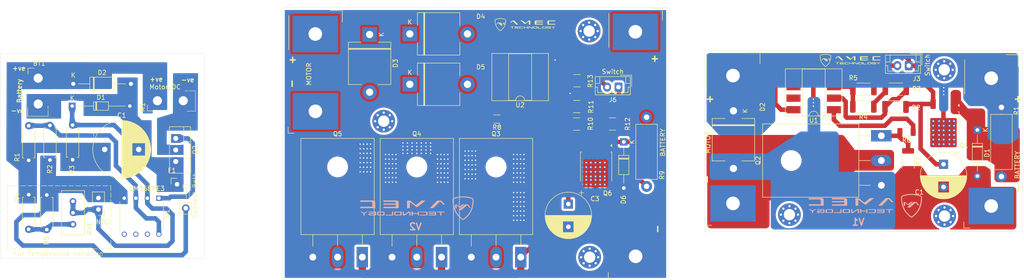
<source format=kicad_pcb>
(kicad_pcb (version 20240108) (generator "pcbnew") (generator_version "8.0")
  (layers (0 "F.Cu" signal) (31 "B.Cu" signal) (34 "B.Paste" user) (35 "F.Paste" user) (36 "B.SilkS" user "B.Silkscreen") (37 "F.SilkS" user "F.Silkscreen") (38 "B.Mask" user) (39 "F.Mask" user) (44 "Edge.Cuts" user))
  (net 0 "")
  (net 1 "GND")
  (net 2 "Net-(BT1-+)")
  (net 3 "Net-(D1-K)")
  (net 4 "Net-(M1--)")
  (net 5 "Net-(Q2-G)")
  (net 6 "Net-(U1-1IN+)")
  (net 7 "Net-(R4-Pad2)")
  (footprint "LOGO" (layer "F.Cu") (at 248.148 74.924)
    (property "Reference" "G***" (hide yes))
    (property "Value" "LOGO" (hide yes))
  )
  (footprint "MountingHole:MountingHole_2.5mm_Pad_Via" (layer "F.Cu") (at 234.748175 109.498175 180)
    (property "Reference" "H2" (hide yes))
    (property "Value" "MountingHole" (hide yes))
  )
  (footprint "Diode_THT:D_DO-35_SOD27_P10.16mm_Horizontal" (layer "F.Cu") (at 198.264 93.482 -90)
    (property "Reference" "D6")
    (property "Value" "1N4745A" (hide yes))
  )
  (footprint "Capacitor_THT:CP_Radial_D10.0mm_P5.00mm" (layer "F.Cu") (at 186.054 107.172 -90)
    (property "Reference" "C3")
    (property "Value" "470uf")
  )
  (footprint "Resistor_SMD:R_2010_5025Metric" (layer "F.Cu") (at 260.884 97.7665 -90)
    (property "Reference" "R7")
    (property "Value" "10K")
  )
  (footprint "Resistor_SMD:R_1206_3216Metric" (layer "F.Cu") (at 260.544 91.284 180)
    (property "Reference" "R6")
    (property "Value" "1.2K" (hide yes))
  )
  (footprint "Resistor_SMD:R_1210_3225Metric" (layer "F.Cu") (at 187.97 80.002 180)
    (property "Reference" "R13")
    (property "Value" "2.2k" (hide yes))
  )
  (footprint "Package_TO_SOT_SMD:TO-252-3_TabPin2" (layer "F.Cu") (at 268.674 90.164 -90)
    (property "Reference" "Q1")
    (property "Value" "IKFW60N60CH3E" (hide yes))
  )
  (footprint "Package_TO_SOT_SMD:TO-252-3_TabPin2" (layer "F.Cu") (at 192.1715 99.002 -90)
    (property "Reference" "Q6")
    (property "Value" "IKFW60N60CH3E" (hide yes))
  )
  (footprint "Diode_THT:D_P600_R-6_P12.70mm_Horizontal" (layer "F.Cu") (at 222.414 86.634 -90)
    (property "Reference" "D2")
    (property "Value" "6A4 MIC" (hide yes))
  )
  (footprint "Resistor_THT:R_Axial_DIN0207_L6.3mm_D2.5mm_P7.62mm_Horizontal" (layer "F.Cu") (at 76.87 97.39 90)
    (property "Reference" "R3")
    (property "Value" "200")
  )
  (footprint "Package_TO_SOT_THT:TO-247-3_Horizontal_TabUp" (layer "F.Cu") (at 140.684 118.852 180)
    (property "Reference" "Q5")
    (property "Value" "IRFP250N")
  )
  (footprint "Resistor_SMD:R_2010_5025Metric" (layer "F.Cu") (at 251.039 81.884)
    (property "Reference" "R5")
    (property "Value" "2.2K" (hide yes))
  )
  (footprint "Resistor_SMD:R_2010_5025Metric" (layer "F.Cu") (at 251.029 85.724 180)
    (property "Reference" "R4")
    (property "Value" "10K" (hide yes))
  )
  (footprint "Connector_PinSocket_2.54mm:PinSocket_1x02_P2.54mm_Vertical" (layer "F.Cu") (at 279.794 105.274 180)
    (property "Reference" "J1" (hide yes))
    (property "Value" "BATTERY")
  )
  (footprint "MountingHole:MountingHole_2.5mm_Pad_Via" (layer "F.Cu") (at 268.844 77.594 180)
    (property "Reference" "H1" (hide yes))
    (property "Value" "MountingHole" (hide yes))
  )
  (footprint "Diode_THT:D_P600_R-6_P12.70mm_Horizontal" (layer "F.Cu") (at 142.294 69.822 -90)
    (property "Reference" "D3")
    (property "Value" "6A4 MIC")
  )
  (footprint "Diode_THT:D_DO-35_SOD27_P10.16mm_Horizontal" (layer "F.Cu") (at 276.144 90.844 -90)
    (property "Reference" "D1")
    (property "Value" "1N4745A" (hide yes))
  )
  (footprint "Potentiometer_THT:Potentiometer_Bourns_3296W_Vertical" (layer "F.Cu") (at 76.96 111.63 -90)
    (property "Reference" "RV1")
    (property "Value" "10k")
  )
  (footprint "Diode_THT:D_P600_R-6_P12.70mm_Horizontal" (layer "F.Cu") (at 151.144 80.792)
    (property "Reference" "D5")
    (property "Value" "6A4 MIC")
  )
  (footprint "MountingHole:MountingHole_2.5mm_Pad_Via" (layer "F.Cu") (at 268.919 109.804 180)
    (property "Reference" "H3" (hide yes))
    (property "Value" "MountingHole" (hide yes))
  )
  (footprint "Resistor_THT:R_Axial_DIN0414_L11.9mm_D4.5mm_P15.24mm_Horizontal" (layer "F.Cu") (at 281.444 85.864 -90)
    (property "Reference" "R1")
    (property "Value" "100k")
  )
  (footprint "Diode_THT:D_DO-34_SOD68_P12.70mm_Horizontal" (layer "F.Cu") (at 76.78 85.58)
    (property "Reference" "D1")
    (property "Value" "9.1V")
  )
  (footprint "MountingHole:MountingHole_2.5mm_Pad_Via" (layer "F.Cu") (at 190.644 69.062 180)
    (property "Reference" "H5" (hide yes))
    (property "Value" "MountingHole" (hide yes))
  )
  (footprint "LOGO" (layer "F.Cu") (at 176.54 67.048)
    (property "Reference" "G***" (hide yes))
    (property "Value" "LOGO" (hide yes))
  )
  (footprint "Resistor_THT:R_Axial_DIN0414_L11.9mm_D4.5mm_P15.24mm_Horizontal" (layer "F.Cu") (at 203.294 88.032 -90)
    (property "Reference" "R9")
    (property "Value" "100k" (hide yes))
  )
  (footprint "Connector_PinSocket_2.54mm:PinSocket_1x02_P2.54mm_Vertical" (layer "F.Cu") (at 200.749 106.872 180)
    (property "Reference" "J5" (hide yes))
    (property "Value" "BATTERY")
  )
  (footprint "Package_TO_SOT_THT:TO-247-3_Horizontal_TabUp" (layer "F.Cu") (at 158.134 118.852 180)
    (property "Reference" "Q4")
    (property "Value" "IRFP250N")
  )
  (footprint "Resistor_SMD:R_1210_3225Metric" (layer "F.Cu") (at 187.9015 85.692 180)
    (property "Reference" "R11")
    (property "Value" "10k" (hide yes))
  )
  (footprint "Package_TO_SOT_THT:TO-247-3_Horizontal_TabUp" (layer "F.Cu") (at 175.584 118.852 180)
    (property "Reference" "Q3")
    (property "Value" "IRFP250N")
  )
  (footprint "Resistor_THT:R_Axial_DIN0207_L6.3mm_D2.5mm_P7.62mm_Horizontal" (layer "F.Cu") (at 71.89 89.84 -90)
    (property "Reference" "R2")
    (property "Value" "100k")
  )
  (footprint "Capacitor_THT:CP_Radial_D12.5mm_P7.50mm" (layer "F.Cu") (at 83.936041 95.13)
    (property "Reference" "C1")
    (property "Value" "1mf")
  )
  (footprint "Resistor_SMD:R_2010_5025Metric" (layer "F.Cu") (at 258.1715 81.864 180)
    (property "Reference" "R3")
    (property "Value" "1K" (hide yes))
  )
  (footprint "Connector_JST:JST_EH_B2B-EH-A_1x02_P2.50mm_Vertical" (layer "F.Cu") (at 197.094 81.402 180)
    (property "Reference" "J6")
    (property "Value" "Switch")
  )
  (footprint "Connector_PinHeader_2.54mm:PinHeader_1x02_P2.54mm_Vertical" (layer "F.Cu") (at 99.88 102.81)
    (property "Reference" "F1")
    (property "Value" "Fuse")
  )
  (footprint "Diode_THT:D_P600_R-6_P12.70mm_Horizontal" (layer "F.Cu") (at 151.144 69.692)
    (property "Reference" "D4")
    (property "Value" "6A4 MIC")
  )
  (footprint "Capacitor_THT:CP_Radial_D10.0mm_P5.00mm" (layer "F.Cu") (at 268.694 98.404 -90)
    (property "Reference" "C1")
    (property "Value" "1000UF")
  )
  (footprint "Resistor_THT:R_Axial_DIN0207_L6.3mm_D2.5mm_P7.62mm_Horizontal" (layer "F.Cu") (at 67.19 105.1 -90)
    (property "Reference" "R4")
    (property "Value" "100k")
  )
  (footprint "Package_DIP:DIP-8_W8.89mm_SMDSocket_LongPads" (layer "F.Cu") (at 175.444 79.202 180)
    (property "Reference" "U2")
    (property "Value" "LM358_DFN")
  )
  (footprint "Package_DIP:DIP-8_W8.89mm_SMDSocket_LongPads" (layer "F.Cu") (at 240.089 82.574 180)
    (property "Reference" "U1")
    (property "Value" "LM358_DFN" (hide yes))
  )
  (footprint "Connector_PinHeader_2.54mm:PinHeader_1x02_P2.54mm_Vertical" (layer "F.Cu") (at 95.705 84.3 90)
    (property "Reference" "M1")
    (property "Value" "Motor_DC")
  )
  (footprint "Resistor_SMD:R_1210_3225Metric" (layer "F.Cu") (at 195.754 89.522)
    (property "Reference" "R12")
    (property "Value" "10K" (hide yes))
  )
  (footprint "Resistor_THT:R_Axial_DIN0207_L6.3mm_D2.5mm_P7.62mm_Horizontal" (layer "F.Cu") (at 67.2 97.53 90)
    (property "Reference" "R1")
    (property "Value" "1M")
  )
  (footprint "LM358PE3:DIP794W45P254L959H508Q8" (layer "F.Cu") (at 92.07 109.84 -90)
    (property "Reference" "U1")
    (property "Value" "LM358PE3")
  )
  (footprint "Resistor_SMD:R_2010_5025Metric" (layer "F.Cu") (at 258.109 85.774 180)
    (property "Reference" "R2")
    (property "Value" "10K" (hide yes))
  )
  (footprint "Diode_THT:D_A-405_P12.70mm_Horizontal" (layer "F.Cu") (at 77.02 80.69)
    (property "Reference" "D2")
    (property "Value" "D" (hide yes))
  )
  (footprint "Resistor_SMD:R_1206_3216Metric" (layer "F.Cu") (at 170.329 88.452 180)
    (property "Reference" "R8")
    (property "Value" "330ohm")
  )
  (footprint "Package_TO_SOT_THT:TO-247-3_Horizontal_TabUp" (layer "F.Cu") (at 254.994 92.134 -90)
    (property "Reference" "Q2")
    (property "Value" "IRFP250N")
  )
  (footprint "Resistor_THT:R_Axial_DIN0207_L6.3mm_D2.5mm_P7.62mm_Horizontal" (layer "F.Cu") (at 71.19 112.78 90)
    (property "Reference" "R5")
    (property "Value" "50k")
  )
  (footprint "Connector_PinHeader_2.54mm:PinHeader_1x02_P2.54mm_Vertical" (layer "F.Cu") (at 82.56 108.36 180)
    (property "Reference" "NTC")
    (property "Value" "10k")
  )
  (footprint "Connector_PinSocket_2.54mm:PinSocket_1x02_P2.54mm_Vertical" (layer "F.Cu") (at 130.5065 86.712 180)
    (property "Reference" "J4" (hide yes))
    (property "Value" "MOTOR")
  )
  (footprint "Connector_PinHeader_2.54mm:PinHeader_1x02_P2.54mm_Vertical" (layer "F.Cu") (at 69.29 79.44)
    (property "Reference" "BT1")
    (property "Value" "Battery" (hide yes))
  )
  (footprint "MountingHole:MountingHole_2.5mm_Pad_Via" (layer "F.Cu") (at 145.394 88.912 180)
    (property "Reference" "H7" (hide yes))
    (property "Value" "MountingHole" (hide yes))
  )
  (footprint "Connector_JST:JST_EH_B2B-EH-A_1x02_P2.50mm_Vertical" (layer "F.Cu") (at 261.024 76.674 180)
    (property "Reference" "J3")
    (property "Value" "Switch")
  )
  (footprint "Resistor_SMD:R_1210_3225Metric" (layer "F.Cu") (at 187.864 89.542 180)
    (property "Reference" "R10")
    (property "Value" "10K" (hide yes))
  )
  (footprint "Connector_PinSocket_2.54mm:PinSocket_1x02_P2.54mm_Vertical" (layer "F.Cu") (at 221.6715 94.774 180)
    (property "Reference" "J2" (hide yes))
    (property "Value" "MOTOR")
  )
  (footprint "MountingHole:MountingHole_2.5mm_Pad_Via" (layer "F.Cu") (at 190.754 118.872 180)
    (property "Reference" "H6" (hide yes))
    (property "Value" "MountingHole" (hide yes))
  )
  (footprint "Package_TO_SOT_THT:TO-220-3_Vertical" (layer "F.Cu") (at 99.59 92.71 -90)
    (property "Reference" "Q2")
    (property "Value" "IRF540N")
  )
  (footprint "LOGO" (layer "B.Cu") (at 152.684 106.962 180)
    (property "Reference" "G***" (hide yes))
    (property "Value" "LOGO" (hide yes))
  )
  (footprint "LOGO" (layer "B.Cu") (at 251.45 106.42 180)
    (property "Reference" "G***" (hide yes))
    (property "Value" "LOGO" (hide yes))
  )
  (gr_line (start 102.59 102.89) (end 102.59 106.2) (stroke (width 0.1)) (layer "F.SilkS"))
  (gr_line (start 101.22 103.62) (end 101.23 102.89) (stroke (width 0.1)) (layer "F.SilkS"))
  (gr_line (start 101.9 106.2) (end 101.9 103.62) (stroke (width 0.1)) (layer "F.SilkS"))
  (gr_line (start 101.23 102.89) (end 102.59 102.89) (stroke (width 0.1)) (layer "F.SilkS"))
  (gr_rect (start 62.51 103.13) (end 85.3 117.03) (stroke (width 0.1) (type dash)) (fill none) (layer "F.SilkS"))
  (gr_line (start 102.59 106.2) (end 101.9 106.2) (stroke (width 0.1)) (layer "F.SilkS"))
  (gr_line (start 101.9 103.62) (end 101.22 103.62) (stroke (width 0.1)) (layer "F.SilkS"))
  (gr_rect (start 60.91 74.06) (end 105.91 119.06) (stroke (width 0.05)) (fill none) (layer "Edge.Cuts"))
  (gr_rect (start 216.004 73.284) (end 286.004 113.284) (stroke (width 0.05)) (fill none) (layer "Edge.Cuts"))
  (gr_rect (start 123.104 63.922) (end 208.104 123.922) (stroke (width 0.05)) (fill none) (layer "Edge.Cuts"))
  (gr_text "V2" (at 153.934 113.022 0) (layer "B.SilkS") (effects (font (size 1.5 1.5) (thickness 0.3) (bold yes)) (justify left bottom mirror)))
  (gr_text "V1" (at 251.45 112.008 0) (layer "B.SilkS") (effects (font (size 1.5 1.5) (thickness 0.3) (bold yes)) (justify left bottom mirror)))
  (gr_text "-" (at 217.414 102.864 90) (layer "F.SilkS") (effects (font (size 1.5 1.5) (thickness 0.3) (bold yes)) (justify left bottom)))
  (gr_text "+" (at 216.144 84.83 0) (layer "F.SilkS") (effects (font (size 1.5 1.5) (thickness 0.3) (bold yes)) (justify left bottom)))
  (gr_text "-ve" (at 63.18 87.18 0) (layer "F.SilkS") (effects (font (size 1 1) (thickness 0.2) (bold yes)) (justify left bottom)))
  (gr_text "+ve" (at 93.74 80.25 0) (layer "F.SilkS") (effects (font (size 1 1) (thickness 0.2) (bold yes)) (justify left bottom)))
  (gr_text "-ve" (at 100.66 80.39 0) (layer "F.SilkS") (effects (font (size 1 1) (thickness 0.2) (bold yes)) (justify left bottom)))
  (gr_text "+" (at 124.216 76.192 0) (layer "F.SilkS") (effects (font (size 1.5 1.5) (thickness 0.3) (bold yes)) (justify left bottom)))
  (gr_text "For Temperature Variation" (at 63.83 118.67 0) (layer "F.SilkS") (effects (font (size 1 1) (thickness 0.1)) (justify left bottom)))
  (gr_text "+ve" (at 63.51 77.85 0) (layer "F.SilkS") (effects (font (size 1 1) (thickness 0.2) (bold yes)) (justify left bottom)))
  (gr_text "-" (at 125.994 81.78 90) (layer "F.SilkS") (effects (font (size 1.5 1.5) (thickness 0.3) (bold yes)) (justify left bottom)))
  (gr_text "Battery" (at 65.77 85.01 90) (layer "F.SilkS") (effects (font (size 1 1) (thickness 0.2) (bold yes)) (justify left bottom)))
  (gr_text "-" (at 206.512 113.784 90) (layer "F.SilkS") (effects (font (size 1.5 1.5) (thickness 0.3) (bold yes)) (justify left bottom)))
  (gr_text "+" (at 283.962 84.83 0) (layer "F.SilkS") (effects (font (size 1.5 1.5) (thickness 0.3) (bold yes)) (justify left bottom)))
  (gr_text "Connect Both" (at 104.41 110.48 90) (layer "F.SilkS") (effects (font (size 1 1) (thickness 0.1)) (justify left bottom)))
  (gr_text "+" (at 203.972 75.938 0) (layer "F.SilkS") (effects (font (size 1.5 1.5) (thickness 0.3) (bold yes)) (justify left bottom)))
  (gr_text "-" (at 285.994 104.896 90) (layer "F.SilkS") (effects (font (size 1.5 1.5) (thickness 0.3) (bold yes)) (justify left bottom)))
  (segment (start 188.732 77.716) (end 189.4325 78.4165) (width 1) (layer "F.Cu") (net 0))
  (segment (start 245.862 89.91) (end 255.768 89.91) (width 1) (layer "F.Cu") (net 0))
  (segment (start 266.394 82.502) (end 266.394 85.124) (width 1) (layer "F.Cu") (net 0))
  (segment (start 262.0065 89.7985) (end 262.0065 91.284) (width 1) (layer "F.Cu") (net 0))
  (segment (start 189.3265 89.542) (end 194.2715 89.542) (width 1) (layer "F.Cu") (net 0))
  (segment (start 192.034 98.036) (end 192.1715 98.1735) (width 1) (layer "F.Cu") (net 0))
  (segment (start 246.4 83.844) (end 244.534 83.844) (width 1) (layer "F.Cu") (net 0))
  (segment (start 257.292 88.386) (end 260.594 88.386) (width 1) (layer "F.Cu") (net 0))
  (segment (start 262.344 76.674) (end 263.896 78.226) (width 1) (layer "F.Cu") (net 0))
  (segment (start 186.5075 80.002) (end 186.5075 82.7345) (width 1) (layer "F.Cu") (net 0))
  (segment (start 206.258 105.402) (end 203.972 107.688) (width 1) (layer "F.Cu") (net 0))
  (segment (start 234.178 74.67) (end 260.34 74.67) (width 1) (layer "F.Cu") (net 0))
  (segment (start 268.674 83.004) (end 268.674 82.338) (width 1) (layer "F.Cu") (net 0))
  (segment (start 197.2165 89.522) (end 197.2165 81.5245) (width 1) (layer "F.Cu") (net 0))
  (segment (start 255.006 88.132) (end 247.386 88.132) (width 1) (layer "F.Cu") (net 0))
  (segment (start 192.1715 98.9145) (end 192.034 99.052) (width 1) (layer "F.Cu") (net 0))
  (segment (start 244.534 81.304) (end 248.1465 81.304) (width 1) (layer "F.Cu") (net 0))
  (segment (start 194.4515 89.682) (end 194.2915 89.522) (width 1) (layer "F.Cu") (net 0))
  (segment (start 263.896 78.226) (end 263.896 80.004) (width 1) (layer "F.Cu") (net 0))
  (segment (start 255.859 81.864) (end 255.859 82.453) (width 1) (layer "F.Cu") (net 0))
  (segment (start 194.9315 93.482) (end 194.4515 93.962) (width 1) (layer "F.Cu") (net 0))
  (segment (start 140.928 122.622) (end 158.252 122.622) (width 1.6) (layer "F.Cu") (net 0))
  (segment (start 168.158 85.082) (end 169.174 86.098) (width 1) (layer "F.Cu") (net 0))
  (segment (start 203.294 88.032) (end 204.988 89.726) (width 1) (layer "F.Cu") (net 0))
  (segment (start 192.034 99.052) (end 192.1715 99.1895) (width 1) (layer "F.Cu") (net 0))
  (segment (start 268.674 85.124) (end 268.674 88.846) (width 1) (layer "F.Cu") (net 0))
  (segment (start 255.7965 87.3415) (end 255.006 88.132) (width 1) (layer "F.Cu") (net 0))
  (segment (start 268.674 82.242) (end 268.674 81.576) (width 1) (layer "F.Cu") (net 0))
  (segment (start 193.194 80.002) (end 194.594 81.402) (width 1) (layer "F.Cu") (net 0))
  (segment (start 158.134 122.504) (end 158.252 122.622) (width 1.6) (layer "F.Cu") (net 0))
  (segment (start 263.642 94.99) (end 263.642 85.124) (width 1) (layer "F.Cu") (net 0))
  (segment (start 140.684 122.378) (end 140.928 122.622) (width 1.6) (layer "F.Cu") (net 0))
  (segment (start 158.134 118.852) (end 158.134 122.504) (width 1.6) (layer "F.Cu") (net 0))
  (segment (start 261.024 75.354) (end 261.024 76.674) (width 1) (layer "F.Cu") (net 0))
  (segment (start 192.1715 99.1895) (end 192.1715 100.262) (width 1) (layer "F.Cu") (net 0))
  (segment (start 189.8915 93.962) (end 187.218 93.962) (width 1) (layer "F.Cu") (net 0))
  (segment (start 253.3515 80.1345) (end 256.812 76.674) (width 1) (layer "F.Cu") (net 0))
  (segment (start 183.106 75.392) (end 183.144 75.43) (width 1) (layer "F.Cu") (net 0))
  (segment (start 158.252 122.622) (end 174.762 122.622) (width 1.6) (layer "F.Cu") (net 0))
  (segment (start 183.398 81.018) (end 183.398 88.384) (width 1) (layer "F.Cu") (net 0))
  (segment (start 176.54 90.924) (end 177.81 92.194) (width 1) (layer "F.Cu") (net 0))
  (segment (start 263.896 80.004) (end 266.394 82.502) (width 1) (layer "F.Cu") (net 0))
  (segment (start 179.889 75.392) (end 183.106 75.392) (width 1) (layer "F.Cu") (net 0))
  (segment (start 189.364 86.5795) (end 186.4015 89.542) (width 1) (layer "F.Cu") (net 0))
  (segment (start 204.988 100.068) (end 206.258 101.338) (width 1) (layer "F.Cu") (net 0))
  (segment (start 247.386 88.132) (end 247.132 87.878) (width 1) (layer "F.Cu") (net 0))
  (segment (start 248.7265 85.714) (end 248.7165 85.724) (width 1) (layer "F.Cu") (net 0))
  (segment (start 268.694 98.404) (end 267.056 98.404) (width 1) (layer "F.Cu") (net 0))
  (segment (start 179.889 80.472) (end 182.852 80.472) (width 1) (layer "F.Cu") (net 0))
  (segment (start 186.5075 82.8575) (end 186.5075 85.6235) (width 1) (layer "F.Cu") (net 0))
  (segment (start 175.27 85.844) (end 176.54 87.114) (width 1) (layer "F.Cu") (net 0))
  (segment (start 268.674 81.576) (end 268.722 81.528) (width 1) (layer "F.Cu") (net 0))
  (segment (start 263.642 85.124) (end 266.394 85.124) (width 1) (layer "F.Cu") (net 0))
  (segment (start 186.054 95.126) (end 186.054 107.172) (width 1) (layer "F.Cu") (net 0))
  (segment (start 268.674 88.942) (end 268.674 91.424) (width 1) (layer "F.Cu") (net 0))
  (segment (start 231.638 85.084) (end 231.638 77.21) (width 1) (layer "F.Cu") (net 0))
  (segment (start 169.174 86.098) (end 170.952 86.098) (width 1) (layer "F.Cu") (net 0))
  (segment (start 260.34 74.67) (end 261.024 75.354) (width 1) (layer "F.Cu") (net 0))
  (segment (start 268.674 88.846) (end 268.722 88.894) (width 1) (layer "F.Cu") (net 0))
  (segment (start 194.2715 89.542) (end 194.2915 89.522) (width 1) (layer "F.Cu") (net 0))
  (segment (start 171.7915 86.9375) (end 171.7915 88.452) (width 1) (layer "F.Cu") (net 0))
  (segment (start 168.158 73.144) (end 168.158 85.082) (width 1) (layer "F.Cu") (net 0))
  (segment (start 175.016 80.764) (end 175.016 73.906) (width 1) (layer "F.Cu") (net 0))
  (segment (start 184.556 89.542) (end 186.4015 89.542) (width 1) (layer "F.Cu") (net 0))
  (segment (start 201.178 94.48) (end 201.178 101.156) (width 1) (layer "F.Cu") (net 0))
  (segment (start 203.972 107.688) (end 194.574 107.688) (width 1) (layer "F.Cu") (net 0))
  (segment (start 174.47 83.012) (end 175.27 83.812) (width 1) (layer "F.Cu") (net 0))
  (segment (start 182.852 80.472) (end 183.398 81.018) (width 1) (layer "F.Cu") (net 0))
  (segment (start 194.4515 93.962) (end 194.4515 89.682) (width 1) (layer "F.Cu") (net 0))
  (segment (start 175.584 121.8) (end 175.584 118.852) (width 1.6) (layer "F.Cu") (net 0))
  (segment (start 255.7965 85.774) (end 257.5025 84.068) (width 1) (layer "F.Cu") (net 0))
  (segment (start 173.238 72.128) (end 169.174 72.128) (width 1) (layer "F.Cu") (net 0))
  (segment (start 268.722 83.052) (end 268.674 83.004) (width 1) (layer "F.Cu") (net 0))
  (segment (start 169.174 72.128) (end 168.158 73.144) (width 1) (layer "F.Cu") (net 0))
  (segment (start 198.264 93.482) (end 200.18 93.482) (width 1) (layer "F.Cu") (net 0))
  (segment (start 248.1465 81.304) (end 248.7265 81.884) (width 1) (layer "F.Cu") (net 0))
  (segment (start 268.674 83.1) (end 268.722 83.052) (width 1) (layer "F.Cu") (net 0))
  (segment (start 231.638 77.21) (end 234.178 74.67) (width 1) (layer "F.Cu") (net 0))
  (segment (start 194.574 107.688) (end 192.1715 105.2855) (width 1) (layer "F.Cu") (net 0))
  (segment (start 268.674 85.124) (end 268.674 83.1) (width 1) (layer "F.Cu") (net 0))
  (segment (start 268.722 88.894) (end 268.674 88.942) (width 1) (layer "F.Cu") (net 0))
  (segment (start 267.056 98.404) (end 263.642 94.99) (width 1) (layer "F.Cu") (net 0))
  (segment (start 183.398 88.384) (end 184.556 89.542) (width 1) (layer "F.Cu") (net 0))
  (segment (start 200.18 93.482) (end 201.178 94.48) (width 1) (layer "F.Cu") (net 0))
  (segment (start 176.54 87.114) (end 176.54 90.924) (width 1) (layer "F.Cu") (net 0))
  (segment (start 186.5075 85.6235) (end 186.439 85.692) (width 1) (layer "F.Cu") (net 0))
  (segment (start 198.264 93.482) (end 194.9315 93.482) (width 1) (layer "F.Cu") (net 0))
  (segment (start 170.999 83.012) (end 174.47 83.012) (width 1) (layer "F.Cu") (net 0))
  (segment (start 179.889 77.932) (end 184.198 77.932) (width 1) (layer "F.Cu") (net 0))
  (segment (start 260.594 88.386) (end 262.0065 89.7985) (width 1) (layer "F.Cu") (net 0))
  (segment (start 260.484 82.146) (end 260.484 81.864) (width 1) (layer "F.Cu") (net 0))
  (segment (start 235.644 86.384) (end 232.938 86.384) (width 1) (layer "F.Cu") (net 0))
  (segment (start 184.198 77.932) (end 184.414 77.716) (width 1) (layer "F.Cu") (net 0))
  (segment (start 260.4215 85.774) (end 261.0715 85.124) (width 1) (layer "F.Cu") (net 0))
  (segment (start 261.0715 85.124) (end 263.642 85.124) (width 1) (layer "F.Cu") (net 0))
  (segment (start 175.27 83.812) (end 175.27 85.844) (width 1) (layer "F.Cu") (net 0))
  (segment (start 258.562 84.068) (end 260.484 82.146) (width 1) (layer "F.Cu") (net 0))
  (segment (start 174.762 122.622) (end 175.584 121.8) (width 1.6) (layer "F.Cu") (net 0))
  (segment (start 247.132 87.878) (end 247.132 84.576) (width 1) (layer "F.Cu") (net 0))
  (segment (start 204.988 89.726) (end 204.988 100.068) (width 1) (layer "F.Cu") (net 0))
  (segment (start 192.1715 97.8985) (end 192.034 98.036) (width 1) (layer "F.Cu") (net 0))
  (segment (start 255.859 82.453) (end 253.3415 84.9705) (width 1) (layer "F.Cu") (net 0))
  (segment (start 168.8665 88.452) (end 168.8665 93.1565) (width 1) (layer "F.Cu") (net 0))
  (segment (start 197.2165 81.5245) (end 197.094 81.402) (width 1) (layer "F.Cu") (net 0))
  (segment (start 255.768 89.91) (end 257.292 88.386) (width 1) (layer "F.Cu") (net 0))
  (segment (start 253.3515 81.884) (end 253.3515 80.1345) (width 1) (layer "F.Cu") (net 0))
  (segment (start 232.938 86.384) (end 231.638 85.084) (width 1) (layer "F.Cu") (net 0))
  (segment (start 257.5025 84.068) (end 258.562 84.068) (width 1) (layer "F.Cu") (net 0))
  (segment (start 248.7265 81.884) (end 248.7265 85.714) (width 1) (layer "F.Cu") (net 0))
  (segment (start 170.444 94.734) (end 176.54 94.734) (width 1) (layer "F.Cu") (net 0))
  (segment (start 247.132 84.576) (end 246.4 83.844) (width 1) (layer "F.Cu") (net 0))
  (segment (start 177.81 92.194) (end 187.97 92.194) (width 1) (layer "F.Cu") (net 0))
  (segment (start 178.318 116.118) (end 175.584 118.852) (width 1) (layer "F.Cu") (net 0))
  (segment (start 175.016 73.906) (end 173.238 72.128) (width 1) (layer "F.Cu") (net 0))
  (segment (start 140.684 118.852) (end 140.684 122.378) (width 1.6) (layer "F.Cu") (net 0))
  (segment (start 177.264 83.012) (end 175.016 80.764) (width 1) (layer "F.Cu") (net 0))
  (segment (start 178.318 96.512) (end 178.318 116.118) (width 1) (layer "F.Cu") (net 0))
  (segment (start 192.1715 93.962) (end 192.1715 97.8985) (width 1) (layer "F.Cu") (net 0))
  (segment (start 255.7965 85.774) (end 255.7965 87.3415) (width 1) (layer "F.Cu") (net 0))
  (segment (start 179.889 83.012) (end 177.264 83.012) (width 1) (layer "F.Cu") (net 0))
  (segment (start 186.446 82.796) (end 186.5075 82.8575) (width 1) (layer "F.Cu") (net 0))
  (segment (start 189.4325 78.4165) (end 189.4325 80.002) (width 1) (layer "F.Cu") (net 0))
  (segment (start 253.3415 84.9705) (end 253.3415 85.724) (width 1) (layer "F.Cu") (net 0))
  (segment (start 186.5075 82.7345) (end 186.446 82.796) (width 1) (layer "F.Cu") (net 0))
  (segment (start 192.1715 105.2855) (end 192.1715 100.262) (width 1) (layer "F.Cu") (net 0))
  (segment (start 256.812 76.674) (end 258.524 76.674) (width 1) (layer "F.Cu") (net 0))
  (segment (start 189.364 85.692) (end 189.364 86.5795) (width 1) (layer "F.Cu") (net 0))
  (segment (start 187.218 93.962) (end 186.054 95.126) (width 1) (layer "F.Cu") (net 0))
  (segment (start 189.3265 90.8375) (end 189.3265 89.542) (width 1) (layer "F.Cu") (net 0))
  (segment (start 206.258 101.338) (end 206.258 105.402) (width 1) (layer "F.Cu") (net 0))
  (segment (start 170.952 86.098) (end 171.7915 86.9375) (width 1) (layer "F.Cu") (net 0))
  (segment (start 189.4325 80.002) (end 193.194 80.002) (width 1) (layer "F.Cu") (net 0))
  (segment (start 261.024 76.674) (end 262.344 76.674) (width 1) (layer "F.Cu") (net 0))
  (segment (start 201.178 101.156) (end 203.294 103.272) (width 1) (layer "F.Cu") (net 0))
  (segment (start 192.1715 98.1735) (end 192.1715 98.9145) (width 1) (layer "F.Cu") (net 0))
  (segment (start 268.722 82.29) (end 268.674 82.242) (width 1) (layer "F.Cu") (net 0))
  (segment (start 187.97 92.194) (end 189.3265 90.8375) (width 1) (layer "F.Cu") (net 0))
  (segment (start 168.8665 93.1565) (end 170.444 94.734) (width 1) (layer "F.Cu") (net 0))
  (segment (start 244.534 86.384) (end 244.534 88.582) (width 1) (layer "F.Cu") (net 0))
  (segment (start 176.54 94.734) (end 178.318 96.512) (width 1) (layer "F.Cu") (net 0))
  (segment (start 268.674 82.338) (end 268.722 82.29) (width 1) (layer "F.Cu") (net 0))
  (segment (start 244.534 88.582) (end 245.862 89.91) (width 1) (layer "F.Cu") (net 0))
  (segment (start 184.414 77.716) (end 188.732 77.716) (width 1) (layer "F.Cu") (net 0))
  (via (at 192.034 99.052) (size 0.6) (drill 0.3) (layers "F.Cu" "B.Cu") (net 0))
  (via (at 174.762 104.64) (size 0.6) (drill 0.3) (layers "F.Cu" "B.Cu") (net 0))
  (via (at 267.706 90.926) (size 0.6) (drill 0.3) (layers "F.Cu" "B.Cu") (net 0))
  (via (at 176.286 98.29) (size 0.6) (drill 0.3) (layers "F.Cu" "B.Cu") (net 0))
  (via (at 271.008 88.894) (size 0.6) (drill 0.3) (layers "F.Cu" "B.Cu") (net 0))
  (via (at 153.68 94.48) (size 0.6) (drill 0.3) (layers "F.Cu" "B.Cu") (net 0))
  (via (at 194.066 99.052) (size 0.6) (drill 0.3) (layers "F.Cu" "B.Cu") (net 0))
  (via (at 140.98 93.972) (size 0.6) (drill 0.3) (layers "F.Cu" "B.Cu") (net 0))
  (via (at 174 106.672) (size 0.6) (drill 0.3) (layers "F.Cu" "B.Cu") (net 0))
  (via (at 183.144 75.43) (size 0.6) (drill 0.3) (layers "F.Cu" "B.Cu") (net 0))
  (via (at 147.33 98.29) (size 0.6) (drill 0.3) (layers "F.Cu" "B.Cu") (net 0))
  (via (at 269.992 91.942) (size 0.6) (drill 0.3) (layers "F.Cu" "B.Cu") (net 0))
  (via (at 174 98.29) (size 0.6) (drill 0.3) (layers "F.Cu" "B.Cu") (net 0))
  (via (at 148.092 98.29) (size 0.6) (drill 0.3) (layers "F.Cu" "B.Cu") (net 0))
  (via (at 174 102.354) (size 0.6) (drill 0.3) (layers "F.Cu" "B.Cu") (net 0))
  (via (at 145.806 98.29) (size 0.6) (drill 0.3) (layers "F.Cu" "B.Cu") (net 0))
  (via (at 271.008 89.91) (size 0.6) (drill 0.3) (layers "F.Cu" "B.Cu") (net 0))
  (via (at 176.286 109.72) (size 0.6) (drill 0.3) (layers "F.Cu" "B.Cu") (net 0))
  (via (at 194.066 102.862) (size 0.6) (drill 0.3) (layers "F.Cu" "B.Cu") (net 0))
  (via (at 164.094 97.528) (size 0.6) (drill 0.3) (layers "F.Cu" "B.Cu") (net 0))
  (via (at 266.436 92.958) (size 0.6) (drill 0.3) (layers "F.Cu" "B.Cu") (net 0))
  (via (at 148.092 102.354) (size 0.6) (drill 0.3) (layers "F.Cu" "B.Cu") (net 0))
  (via (at 193.05 99.052) (size 0.6) (drill 0.3) (layers "F.Cu" "B.Cu") (net 0))
  (via (at 175.524 102.354) (size 0.6) (drill 0.3) (layers "F.Cu" "B.Cu") (net 0))
  (via (at 267.706 93.974) (size 0.6) (drill 0.3) (layers "F.Cu" "B.Cu") (net 0))
  (via (at 191.018 101.084) (size 0.6) (drill 0.3) (layers "F.Cu" "B.Cu") (net 0))
  (via (at 186.446 82.796) (size 0.6) (drill 0.3) (layers "F.Cu" "B.Cu") (net 0))
  (via (at 163.332 100.576) (size 0.6) (drill 0.3) (layers "F.Cu" "B.Cu") (net 0))
  (via (at 145.806 100.322) (size 0.6) (drill 0.3) (layers "F.Cu" "B.Cu") (net 0))
  (via (at 192.034 101.846) (size 0.6) (drill 0.3) (layers "F.Cu" "B.Cu") (net 0))
  (via (at 271.008 93.974) (size 0.6) (drill 0.3) (layers "F.Cu" "B.Cu") (net 0))
  (via (at 145.806 99.306) (size 0.6) (drill 0.3) (layers "F.Cu" "B.Cu") (net 0))
  (via (at 145.806 97.274) (size 0.6) (drill 0.3) (layers "F.Cu" "B.Cu") (net 0))
  (via (at 269.992 88.894) (size 0.6) (drill 0.3) (layers "F.Cu" "B.Cu") (net 0))
  (via (at 140.98 97.02) (size 0.6) (drill 0.3) (layers "F.Cu" "B.Cu") (net 0))
  (via (at 192.034 100.068) (size 0.6) (drill 0.3) (layers "F.Cu" "B.Cu") (net 0))
  (via (at 157.998 96.258) (size 0.6) (drill 0.3) (layers "F.Cu" "B.Cu") (net 0))
  (via (at 158.76 102.354) (size 0.6) (drill 0.3) (layers "F.Cu" "B.Cu") (net 0))
  (via (at 152.664 93.718) (size 0.6) (drill 0.3) (layers "F.Cu" "B.Cu") (net 0))
  (via (at 164.094 96.512) (size 0.6) (drill 0.3) (layers "F.Cu" "B.Cu") (net 0))
  (via (at 150.632 94.48) (size 0.6) (drill 0.3) (layers "F.Cu" "B.Cu") (net 0))
  (via (at 267.706 92.958) (size 0.6) (drill 0.3) (layers "F.Cu" "B.Cu") (net 0))
  (via (at 190.002 99.052) (size 0.6) (drill 0.3) (layers "F.Cu" "B.Cu") (net 0))
  (via (at 142.504 93.972) (size 0.6) (drill 0.3) (layers "F.Cu" "B.Cu") (net 0))
  (via (at 269.992 89.91) (size 0.6) (drill 0.3) (layers "F.Cu" "B.Cu") (net 0))
  (via (at 268.722 91.942) (size 0.6) (drill 0.3) (layers "F.Cu" "B.Cu") (net 0))
  (via (at 159.522 101.338) (size 0.6) (drill 0.3) (layers "F.Cu" "B.Cu") (net 0))
  (via (at 153.68 96.004) (size 0.6) (drill 0.3) (layers "F.Cu" "B.Cu") (net 0))
  (via (at 157.236 101.338) (size 0.6) (drill 0.3) (layers "F.Cu" "B.Cu") (net 0))
  (via (at 142.504 100.068) (size 0.6) (drill 0.3) (layers "F.Cu" "B.Cu") (net 0))
  (via (at 146.568 100.322) (size 0.6) (drill 0.3) (layers "F.Cu" "B.Cu") (net 0))
  (via (at 140.218 94.988) (size 0.6) (drill 0.3) (layers "F.Cu" "B.Cu") (net 0))
  (via (at 191.018 100.068) (size 0.6) (drill 0.3) (layers "F.Cu" "B.Cu") (net 0))
  (via (at 150.632 95.242) (size 0.6) (drill 0.3) (layers "F.Cu" "B.Cu") (net 0))
  (via (at 192.034 98.036) (size 0.6) (drill 0.3) (layers "F.Cu" "B.Cu") (net 0))
  (via (at 140.218 93.972) (size 0.6) (drill 0.3) (layers "F.Cu" "B.Cu") (net 0))
  (via (at 176.286 110.736) (size 0.6) (drill 0.3) (layers "F.Cu" "B.Cu") (net 0))
  (via (at 146.568 97.274) (size 0.6) (drill 0.3) (layers "F.Cu" "B.Cu") (net 0))
  (via (at 164.856 96.512) (size 0.6) (drill 0.3) (layers "F.Cu" "B.Cu") (net 0))
  (via (at 164.856 95.496) (size 0.6) (drill 0.3) (layers "F.Cu" "B.Cu") (net 0))
  (via (at 159.522 96.258) (size 0.6) (drill 0.3) (layers "F.Cu" "B.Cu") (net 0))
  (via (at 142.504 98.036) (size 0.6) (drill 0.3) (layers "F.Cu" "B.Cu") (net 0))
  (via (at 158.76 98.29) (size 0.6) (drill 0.3) (layers "F.Cu" "B.Cu") (net 0))
  (via (at 147.33 102.354) (size 0.6) (drill 0.3) (layers "F.Cu" "B.Cu") (net 0))
  (via (at 163.332 101.592) (size 0.6) (drill 0.3) (layers "F.Cu" "B.Cu") (net 0))
  (via (at 146.568 96.258) (size 0.6) (drill 0.3) (layers "F.Cu" "B.Cu") (net 0))
  (via (at 152.664 95.242) (size 0.6) (drill 0.3) (layers "F.Cu" "B.Cu") (net 0))
  (via (at 165.618 97.528) (size 0.6) (drill 0.3) (layers "F.Cu" "B.Cu") (net 0))
  (via (at 268.722 92.958) (size 0.6) (drill 0.3) (layers "F.Cu" "B.Cu") (net 0))
  (via (at 269.992 92.958) (size 0.6) (drill 0.3) (layers "F.Cu" "B.Cu") (net 0))
  (via (at 164.094 100.576) (size 0.6) (drill 0.3) (layers "F.Cu" "B.Cu") (net 0))
  (via (at 158.76 101.338) (size 0.6) (drill 0.3) (layers "F.Cu" "B.Cu") (net 0))
  (via (at 176.286 106.672) (size 0.6) (drill 0.3) (layers "F.Cu" "B.Cu") (net 0))
  (via (at 175.524 104.64) (size 0.6) (drill 0.3) (layers "F.Cu" "B.Cu") (net 0))
  (via (at 145.806 102.354) (size 0.6) (drill 0.3) (layers "F.Cu" "B.Cu") (net 0))
  (via (at 176.286 101.338) (size 0.6) (drill 0.3) (layers "F.Cu" "B.Cu") (net 0))
  (via (at 175.524 101.338) (size 0.6) (drill 0.3) (layers "F.Cu" "B.Cu") (net 0))
  (via (at 141.742 96.004) (size 0.6) (drill 0.3) (layers "F.Cu" "B.Cu") (net 0))
  (via (at 153.68 95.242) (size 0.6) (drill 0.3) (layers "F.Cu" "B.Cu") (net 0))
  (via (at 174 99.306) (size 0.6) (drill 0.3) (layers "F.Cu" "B.Cu") (net 0))
  (via (at 148.092 97.274) (size 0.6) (drill 0.3) (layers "F.Cu" "B.Cu") (net 0))
  (via (at 140.218 99.052) (size 0.6) (drill 0.3) (layers "F.Cu" "B.Cu") (net 0))
  (via (at 175.524 96.258) (size 0.6) (drill 0.3) (layers "F.Cu" "B.Cu") (net 0))
  (via (at 268.722 89.91) (size 0.6) (drill 0.3) (layers "F.Cu" "B.Cu") (net 0))
  (via (at 191.018 101.846) (size 0.6) (drill 0.3) (layers "F.Cu" "B.Cu") (net 0))
  (via (at 141.742 100.068) (size 0.6) (drill 0.3) (layers "F.Cu" "B.Cu") (net 0))
  (via (at 174.762 107.688) (size 0.6) (drill 0.3) (layers "F.Cu" "B.Cu") (net 0))
  (via (at 174 108.704) (size 0.6) (drill 0.3) (layers "F.Cu" "B.Cu") (net 0))
  (via (at 164.856 98.544) (size 0.6) (drill 0.3) (layers "F.Cu" "B.Cu") (net 0))
  (via (at 176.286 107.688) (size 0.6) (drill 0.3) (layers "F.Cu" "B.Cu") (net 0))
  (via (at 163.332 99.56) (size 0.6) (drill 0.3) (layers "F.Cu" "B.Cu") (net 0))
  (via (at 268.722 90.926) (size 0.6) (drill 0.3) (layers "F.Cu" "B.Cu") (net 0))
  (via (at 150.632 93.718) (size 0.6) (drill 0.3) (layers "F.Cu" "B.Cu") (net 0))
  (via (at 174 96.258) (size 0.6) (drill 0.3) (layers "F.Cu" "B.Cu") (net 0))
  (via (at 193.05 98.036) (size 0.6) (drill 0.3) (layers "F.Cu" "B.Cu") (net 0))
  (via (at 174 97.274) (size 0.6) (drill 0.3) (layers "F.Cu" "B.Cu") (net 0))
  (via (at 174.762 98.29) (size 0.6) (drill 0.3) (layers "F.Cu" "B.Cu") (net 0))
  (via (at 157.998 100.322) (size 0.6) (drill 0.3) (layers "F.Cu" "B.Cu") (net 0))
  (via (at 149.616 93.718) (size 0.6) (drill 0.3) (layers "F.Cu" "B.Cu") (net 0))
  (via (at 146.568 98.29) (size 0.6) (drill 0.3) (layers "F.Cu" "B.Cu") (net 0))
  (via (at 154.696 93.718) (size 0.6) (drill 0.3) (layers "F.Cu" "B.Cu") (net 0))
  (via (at 145.806 96.258) (size 0.6) (drill 0.3) (layers "F.Cu" "B.Cu") (net 0))
  (via (at 191.018 99.052) (size 0.6) (drill 0.3) (layers "F.Cu" "B.Cu") (net 0))
  (via (at 176.286 108.704) (size 0.6) (drill 0.3) (layers "F.Cu" "B.Cu") (net 0))
  (via (at 176.286 104.64) (size 0.6) (drill 0.3) (layers "F.Cu" "B.Cu") (net 0))
  (via (at 193.05 100.068) (size 0.6) (drill 0.3) (layers "F.Cu" "B.Cu") (net 0))
  (via (at 267.706 89.91) (size 0.6) (drill 0.3) (layers "F.Cu" "B.Cu") (net 0))
  (via (at 194.066 98.036) (size 0.6) (drill 0.3) (layers "F.Cu" "B.Cu") (net 0))
  (via (at 154.696 96.004) (size 0.6) (drill 0.3) (layers "F.Cu" "B.Cu") (net 0))
  (via (at 147.33 99.306) (size 0.6) (drill 0.3) (layers "F.Cu" "B.Cu") (net 0))
  (via (at 194.066 101.084) (size 0.6) (drill 0.3) (layers "F.Cu" "B.Cu") (net 0))
  (via (at 190.002 100.068) (size 0.6) (drill 0.3) (layers "F.Cu" "B.Cu") (net 0))
  (via (at 192.034 102.862) (size 0.6) (drill 0.3) (layers "F.Cu" "B.Cu") (net 0))
  (via (at 193.05 102.862) (size 0.6) (drill 0.3) (layers "F.Cu" "B.Cu") (net 0))
  (via (at 140.218 98.036) (size 0.6) (drill 0.3) (layers "F.Cu" "B.Cu") (net 0))
  (via (at 174 109.72) (size 0.6) (drill 0.3) (layers "F.Cu" "B.Cu") (net 0))
  (via (at 164.094 95.496) (size 0.6) (drill 0.3) (layers "F.Cu" "B.Cu") (net 0))
  (via (at 142.504 97.02) (size 0.6) (drill 0.3) (layers "F.Cu" "B.Cu") (net 0))
  (via (at 194.066 100.068) (size 0.6) (drill 0.3) (layers "F.Cu" "B.Cu") (net 0))
  (via (at 175.524 98.29) (size 0.6) (drill 0.3) (layers "F.Cu" "B.Cu") (net 0))
  (via (at 271.008 90.926) (size 0.6) (drill 0.3) (layers "F.Cu" "B.Cu") (net 0))
  (via (at 146.568 101.338) (size 0.6) (drill 0.3) (layers "F.Cu" "B.Cu") (net 0))
  (via (at 158.76 97.274) (size 0.6) (drill 0.3) (layers "F.Cu" "B.Cu") (net 0))
  (via (at 193.05 101.084) (size 0.6) (drill 0.3) (layers "F.Cu" "B.Cu") (net 0))
  (via (at 146.568 102.354) (size 0.6) (drill 0.3) (layers "F.Cu" "B.Cu") (net 0))
  (via (at 174.762 97.274) (size 0.6) (drill 0.3) (layers "F.Cu" "B.Cu") (net 0))
  (via (at 176.286 97.274) (size 0.6) (drill 0.3) (layers "F.Cu" "B.Cu") (net 0))
  (via (at 146.568 99.306) (size 0.6) (drill 0.3) (layers "F.Cu" "B.Cu") (net 0))
  (via (at 165.618 96.512) (size 0.6) (drill 0.3) (layers "F.Cu" "B.Cu") (net 0))
  (via (at 157.998 98.29) (size 0.6) (drill 0.3) (layers "F.Cu" "B.Cu") (net 0))
  (via (at 155.712 94.48) (size 0.6) (drill 0.3) (layers "F.Cu" "B.Cu") (net 0))
  (via (at 164.094 99.56) (size 0.6) (drill 0.3) (layers "F.Cu" "B.Cu") (net 0))
  (via (at 174 104.64) (size 0.6) (drill 0.3) (layers "F.Cu" "B.Cu") (net 0))
  (via (at 266.436 90.926) (size 0.6) (drill 0.3) (layers "F.Cu" "B.Cu") (net 0))
  (via (at 142.504 94.988) (size 0.6) (drill 0.3) (layers "F.Cu" "B.Cu") (net 0))
  (via (at 157.236 99.306) (size 0.6) (drill 0.3) (layers "F.Cu" "B.Cu") (net 0))
  (via (at 266.436 89.91) (size 0.6) (drill 0.3) (layers "F.Cu" "B.Cu") (net 0))
  (via (at 266.436 88.894) (size 0.6) (drill 0.3) (layers "F.Cu" "B.Cu") (net 0))
  (via (at 148.092 100.322) (size 0.6) (drill 0.3) (layers "F.Cu" "B.Cu") (net 0))
  (via (at 267.706 91.942) (size 0.6) (drill 0.3) (layers "F.Cu" "B.Cu") (net 0))
  (via (at 175.524 97.274) (size 0.6) (drill 0.3) (layers "F.Cu" "B.Cu") (net 0))
  (via (at 157.236 102.354) (size 0.6) (drill 0.3) (layers "F.Cu" "B.Cu") (net 0))
  (via (at 140.98 94.988) (size 0.6) (drill 0.3) (layers "F.Cu" "B.Cu") (net 0))
  (via (at 158.76 100.322) (size 0.6) (drill 0.3) (layers "F.Cu" "B.Cu") (net 0))
  (via (at 165.618 95.496) (size 0.6) (drill 0.3) (layers "F.Cu" "B.Cu") (net 0))
  (via (at 174.762 102.354) (size 0.6) (drill 0.3) (layers "F.Cu" "B.Cu") (net 0))
  (via (at 158.76 96.258) (size 0.6) (drill 0.3) (layers "F.Cu" "B.Cu") (net 0))
  (via (at 176.286 105.656) (size 0.6) (drill 0.3) (layers "F.Cu" "B.Cu") (net 0))
  (via (at 164.094 101.592) (size 0.6) (drill 0.3) (layers "F.Cu" "B.Cu") (net 0))
  (via (at 140.98 98.036) (size 0.6) (drill 0.3) (layers "F.Cu" "B.Cu") (net 0))
  (via (at 149.616 96.004) (size 0.6) (drill 0.3) (layers "F.Cu" "B.Cu") (net 0))
  (via (at 141.742 94.988) (size 0.6) (drill 0.3) (layers "F.Cu" "B.Cu") (net 0))
  (via (at 268.722 93.974) (size 0.6) (drill 0.3) (layers "F.Cu" "B.Cu") (net 0))
  (via (at 140.98 100.068) (size 0.6) (drill 0.3) (layers "F.Cu" "B.Cu") (net 0))
  (via (at 141.742 93.972) (size 0.6) (drill 0.3) (layers "F.Cu" "B.Cu") (net 0))
  (via (at 140.98 99.052) (size 0.6) (drill 0.3) (layers "F.Cu" "B.Cu") (net 0))
  (via (at 149.616 94.48) (size 0.6) (drill 0.3) (layers "F.Cu" "B.Cu") (net 0))
  (via (at 190.002 98.036) (size 0.6) (drill 0.3) (layers "F.Cu" "B.Cu") (net 0))
  (via (at 152.664 96.004) (size 0.6) (drill 0.3) (layers "F.Cu" "B.Cu") (net 0))
  (via (at 174 107.688) (size 0.6) (drill 0.3) (layers "F.Cu" "B.Cu") (net 0))
  (via (at 148.092 99.306) (size 0.6) (drill 0.3) (layers "F.Cu" "B.Cu") (net 0))
  (via (at 142.504 96.004) (size 0.6) (drill 0.3) (layers "F.Cu" "B.Cu") (net 0))
  (via (at 268.722 81.528) (size 0.6) (drill 0.3) (layers "F.Cu" "B.Cu") (net 0))
  (via (at 271.008 91.942) (size 0.6) (drill 0.3) (layers "F.Cu" "B.Cu") (net 0))
  (via (at 175.524 105.656) (size 0.6) (drill 0.3) (layers "F.Cu" "B.Cu") (net 0))
  (via (at 153.68 93.718) (size 0.6) (drill 0.3) (layers "F.Cu" "B.Cu") (net 0))
  (via (at 147.33 100.322) (size 0.6) (drill 0.3) (layers "F.Cu" "B.Cu") (net 0))
  (via (at 175.524 99.306) (size 0.6) (drill 0.3) (layers "F.Cu" "B.Cu") (net 0))
  (via (at 154.696 95.242) (size 0.6) (drill 0.3) (layers "F.Cu" "B.Cu") (net 0))
  (via (at 193.05 101.846) (size 0.6) (drill 0.3) (layers "F.Cu" "B.Cu") (net 0))
  (via (at 159.522 98.29) (size 0.6) (drill 0.3) (layers "F.Cu" "B.Cu") (net 0))
  (via (at 164.856 99.56) (size 0.6) (drill 0.3) (layers "F.Cu" "B.Cu") (net 0))
  (via (at 175.524 110.736) (size 0.6) (drill 0.3) (layers "F.Cu" "B.Cu") (net 0))
  (via (at 140.218 96.004) (size 0.6) (drill 0.3) (layers "F.Cu" "B.Cu") (net 0))
  (via (at 147.33 101.338) (size 0.6) (drill 0.3) (layers "F.Cu" "B.Cu") (net 0))
  (via (at 147.33 97.274) (size 0.6) (drill 0.3) (layers "F.Cu" "B.Cu") (net 0))
  (via (at 155.712 93.718) (size 0.6) (drill 0.3) (layers "F.Cu" "B.Cu") (net 0))
  (via (at 141.742 99.052) (size 0.6) (drill 0.3) (layers "F.Cu" "B.Cu") (net 0))
  (via (at 266.436 91.942) (size 0.6) (drill 0.3) (layers "F.Cu" "B.Cu") (net 0))
  (via (at 157.998 99.306) (size 0.6) (drill 0.3) (layers "F.Cu" "B.Cu") (net 0))
  (via (at 269.992 90.926) (size 0.6) (drill 0.3) (layers "F.Cu" "B.Cu") (net 0))
  (via (at 163.332 98.544) (size 0.6) (drill 0.3) (layers "F.Cu" "B.Cu") (net 0))
  (via (at 165.618 101.592) (size 0.6) (drill 0.3) (layers "F.Cu" "B.Cu") (net 0))
  (via (at 140.98 96.004) (size 0.6) (drill 0.3) (layers "F.Cu" "B.Cu") (net 0))
  (via (at 157.236 97.274) (size 0.6) (drill 0.3) (layers "F.Cu" "B.Cu") (net 0))
  (via (at 190.002 101.846) (size 0.6) (drill 0.3) (layers "F.Cu" "B.Cu") (net 0))
  (via (at 140.218 100.068) (size 0.6) (drill 0.3) (layers "F.Cu" "B.Cu") (net 0))
  (via (at 176.286 99.306) (size 0.6) (drill 0.3) (layers "F.Cu" "B.Cu") (net 0))
  (via (at 159.522 99.306) (size 0.6) (drill 0.3) (layers "F.Cu" "B.Cu") (net 0))
  (via (at 151.648 95.242) (size 0.6) (drill 0.3) (layers "F.Cu" "B.Cu") (net 0))
  (via (at 174.762 108.704) (size 0.6) (drill 0.3) (layers "F.Cu" "B.Cu") (net 0))
  (via (at 165.618 99.56) (size 0.6) (drill 0.3) (layers "F.Cu" "B.Cu") (net 0))
  (via (at 174 100.322) (size 0.6) (drill 0.3) (layers "F.Cu" "B.Cu") (net 0))
  (via (at 190.002 101.084) (size 0.6) (drill 0.3) (layers "F.Cu" "B.Cu") (net 0))
  (via (at 267.706 88.894) (size 0.6) (drill 0.3) (layers "F.Cu" "B.Cu") (net 0))
  (via (at 147.33 96.258) (size 0.6) (drill 0.3) (layers "F.Cu" "B.Cu") (net 0))
  (via (at 175.524 108.704) (size 0.6) (drill 0.3) (layers "F.Cu" "B.Cu") (net 0))
  (via (at 176.286 96.258) (size 0.6) (drill 0.3) (layers "F.Cu" "B.Cu") (net 0))
  (via (at 148.092 101.338) (size 0.6) (drill 0.3) (layers "F.Cu" "B.Cu") (net 0))
  (via (at 175.524 107.688) (size 0.6) (drill 0.3) (layers "F.Cu" "B.Cu") (net 0))
  (via (at 174 101.338) (size 0.6) (drill 0.3) (layers "F.Cu" "B.Cu") (net 0))
  (via (at 163.332 96.512) (size 0.6) (drill 0.3) (layers "F.Cu" "B.Cu") (net 0))
  (via (at 271.008 92.958) (size 0.6) (drill 0.3) (layers "F.Cu" "B.Cu") (net 0))
  (via (at 176.286 102.354) (size 0.6) (drill 0.3) (layers "F.Cu" "B.Cu") (net 0))
  (via (at 149.616 95.242) (size 0.6) (drill 0.3) (layers "F.Cu" "B.Cu") (net 0))
  (via (at 157.998 102.354) (size 0.6) (drill 0.3) (layers "F.Cu" "B.Cu") (net 0))
  (via (at 151.648 96.004) (size 0.6) (drill 0.3) (layers "F.Cu" "B.Cu") (net 0))
  (via (at 268.722 82.29) (size 0.6) (drill 0.3) (layers "F.Cu" "B.Cu") (net 0))
  (via (at 163.332 95.496) (size 0.6) (drill 0.3) (layers "F.Cu" "B.Cu") (net 0))
  (via (at 174 105.656) (size 0.6) (drill 0.3) (layers "F.Cu" "B.Cu") (net 0))
  (via (at 151.648 93.718) (size 0.6) (drill 0.3) (layers "F.Cu" "B.Cu") (net 0))
  (via (at 159.522 97.274) (size 0.6) (drill 0.3) (layers "F.Cu" "B.Cu") (net 0))
  (via (at 154.696 94.48) (size 0.6) (drill 0.3) (layers "F.Cu" "B.Cu") (net 0))
  (via (at 174.762 110.736) (size 0.6) (drill 0.3) (layers "F.Cu" "B.Cu") (net 0))
  (via (at 141.742 98.036) (size 0.6) (drill 0.3) (layers "F.Cu" "B.Cu") (net 0))
  (via (at 164.856 97.528) (size 0.6) (drill 0.3) (layers "F.Cu" "B.Cu") (net 0))
  (via (at 175.524 106.672) (size 0.6) (drill 0.3) (layers "F.Cu" "B.Cu") (net 0))
  (via (at 174 110.736) (size 0.6) (drill 0.3) (layers "F.Cu" "B.Cu") (net 0))
  (via (at 155.712 95.242) (size 0.6) (drill 0.3) (layers "F.Cu" "B.Cu") (net 0))
  (via (at 163.332 97.528) (size 0.6) (drill 0.3) (layers "F.Cu" "B.Cu") (net 0))
  (via (at 157.236 100.322) (size 0.6) (drill 0.3) (layers "F.Cu" "B.Cu") (net 0))
  (via (at 194.066 101.846) (size 0.6) (drill 0.3) (layers "F.Cu" "B.Cu") (net 0))
  (via (at 174.762 105.656) (size 0.6) (drill 0.3) (layers "F.Cu" "B.Cu") (net 0))
  (via (at 159.522 102.354) (size 0.6) (drill 0.3) (layers "F.Cu" "B.Cu") (net 0))
  (via (at 157.236 96.258) (size 0.6) (drill 0.3) (layers "F.Cu" "B.Cu") (net 0))
  (via (at 174.762 101.338) (size 0.6) (drill 0.3) (layers "F.Cu" "B.Cu") (net 0))
  (via (at 268.722 88.894) (size 0.6) (drill 0.3) (layers "F.Cu" "B.Cu") (net 0))
  (via (at 266.436 93.974) (size 0.6) (drill 0.3) (layers "F.Cu" "B.Cu") (net 0))
  (via (at 174.762 109.72) (size 0.6) (drill 0.3) (layers "F.Cu" "B.Cu") (net 0))
  (via (at 191.018 98.036) (size 0.6) (drill 0.3) (layers "F.Cu" "B.Cu") (net 0))
  (via (at 269.992 93.974) (size 0.6) (drill 0.3) (layers "F.Cu" "B.Cu") (net 0))
  (via (at 191.018 102.862) (size 0.6) (drill 0.3) (layers "F.Cu" "B.Cu") (net 0))
  (via (at 164.856 100.576) (size 0.6) (drill 0.3) (layers "F.Cu" "B.Cu") (net 0))
  (via (at 174.762 99.306) (size 0.6) (drill 0.3) (layers "F.Cu" "B.Cu") (net 0))
  (via (at 140.218 97.02) (size 0.6) (drill 0.3) (layers "F.Cu" "B.Cu") (net 0))
  (via (at 148.092 96.258) (size 0.6) (drill 0.3) (layers "F.Cu" "B.Cu") (net 0))
  (via (at 155.712 96.004) (size 0.6) (drill 0.3) (layers "F.Cu" "B.Cu") (net 0))
  (via (at 176.286 100.322) (size 0.6) (drill 0.3) (layers "F.Cu" "B.Cu") (net 0))
  (via (at 141.742 97.02) (size 0.6) (drill 0.3) (layers "F.Cu" "B.Cu") (net 0))
  (via (at 165.618 100.576) (size 0.6) (drill 0.3) (layers "F.Cu" "B.Cu") (net 0))
  (via (at 175.524 100.322) (size 0.6) (drill 0.3) (layers "F.Cu" "B.Cu") (net 0))
  (via (at 174.762 100.322) (size 0.6) (drill 0.3) (layers "F.Cu" "B.Cu") (net 0))
  (via (at 164.094 98.544) (size 0.6) (drill 0.3) (layers "F.Cu" "B.Cu") (net 0))
  (via (at 190.002 102.862) (size 0.6) (drill 0.3) (layers "F.Cu" "B.Cu") (net 0))
  (via (at 165.618 98.544) (size 0.6) (drill 0.3) (layers "F.Cu" "B.Cu") (net 0))
  (via (at 268.722 83.052) (size 0.6) (drill 0.3) (layers "F.Cu" "B.Cu") (net 0))
  (via (at 142.504 99.052) (size 0.6) (drill 0.3) (layers "F.Cu" "B.Cu") (net 0))
  (via (at 152.664 94.48) (size 0.6) (drill 0.3) (layers "F.Cu" "B.Cu") (net 0))
  (via (at 174.762 106.672) (size 0.6) (drill 0.3) (layers "F.Cu" "B.Cu") (net 0))
  (via (at 151.648 94.48) (size 0.6) (drill 0.3) (layers "F.Cu" "B.Cu") (net 0))
  (via (at 157.998 101.338) (size 0.6) (drill 0.3) (layers "F.Cu" "B.Cu") (net 0))
  (via (at 150.632 96.004) (size 0.6) (drill 0.3) (layers "F.Cu" "B.Cu") (net 0))
  (via (at 157.236 98.29) (size 0.6) (drill 0.3) (layers "F.Cu" "B.Cu") (net 0))
  (via (at 158.76 99.306) (size 0.6) (drill 0.3) (layers "F.Cu" "B.Cu") (net 0))
  (via (at 164.856 101.592) (size 0.6) (drill 0.3) (layers "F.Cu" "B.Cu") (net 0))
  (via (at 145.806 101.338) (size 0.6) (drill 0.3) (layers "F.Cu" "B.Cu") (net 0))
  (via (at 174.762 96.258) (size 0.6) (drill 0.3) (layers "F.Cu" "B.Cu") (net 0))
  (via (at 175.524 109.72) (size 0.6) (drill 0.3) (layers "F.Cu" "B.Cu") (net 0))
  (via (at 157.998 97.274) (size 0.6) (drill 0.3) (layers "F.Cu" "B.Cu") (net 0))
  (via (at 192.034 101.084) (size 0.6) (drill 0.3) (layers "F.Cu" "B.Cu") (net 0))
  (via (at 159.522 100.322) (size 0.6) (drill 0.3) (layers "F.Cu" "B.Cu") (net 0))
  (segment (start 244.534 78.764) (end 242.276 78.764) (width 1) (layer "F.Cu") (net 1))
  (segment (start 240.02 84.068) (end 240.02 84.83) (width 1) (layer "F.Cu") (net 1))
  (segment (start 240.528 80.512) (end 240.782 80.258) (width 1) (layer "F.Cu") (net 1))
  (segment (start 240.02 84.83) (end 240.02 85.592) (width 1) (layer "F.Cu") (net 1))
  (segment (start 240.782 80.258) (end 240.02 81.02) (width 1) (layer "F.Cu") (net 1))
  (segment (start 242.276 78.764) (end 240.528 80.512) (width 1) (layer "F.Cu") (net 1))
  (segment (start 240.02 81.02) (end 240.02 84.068) (width 1) (layer "F.Cu") (net 1))
  (via (at 240.02 85.592) (size 0.6) (drill 0.3) (layers "F.Cu" "B.Cu") (net 1))
  (via (at 240.02 84.83) (size 0.6) (drill 0.3) (layers "F.Cu" "B.Cu") (net 1))
  (via (at 240.02 84.068) (size 0.6) (drill 0.3) (layers "F.Cu" "B.Cu") (net 1))
  (segment (start 69.51 109.59) (end 65.97 109.59) (width 1) (layer "B.Cu") (net 1))
  (segment (start 82.61 105.87) (end 82.56 105.82) (width 1) (layer "B.Cu") (net 1))
  (segment (start 64.49 111.07) (end 64.49 114.89) (width 1) (layer "B.Cu") (net 1))
  (segment (start 83.49 118.42) (end 101.01 118.42) (width 1) (layer "B.Cu") (net 1))
  (segment (start 64.49 114.89) (end 65.9 116.3) (width 1) (layer "B.Cu") (net 1))
  (segment (start 71.38 104.97) (end 71.19 105.16) (width 1) (layer "B.Cu") (net 1))
  (segment (start 65.97 109.59) (end 64.49 111.07) (width 1) (layer "B.Cu") (net 1))
  (segment (start 65.9 116.3) (end 81.37 116.3) (width 1) (layer "B.Cu") (net 1))
  (segment (start 71.19 107.91) (end 69.51 109.59) (width 1) (layer "B.Cu") (net 1))
  (segment (start 71.19 105.16) (end 71.19 107.91) (width 1) (layer "B.Cu") (net 1))
  (segment (start 81.37 116.3) (end 83.49 118.42) (width 1) (layer "B.Cu") (net 1))
  (segment (start 101.8 117.63) (end 101.8 108.09) (width 1) (layer "B.Cu") (net 1))
  (segment (start 101.01 118.42) (end 101.8 117.63) (width 1) (layer "B.Cu") (net 1))
  (segment (start 88.43 97.93) (end 88.43 92.19) (width 1) (layer "B.Cu") (net 3))
  (segment (start 94.44 108.16) (end 97.54 108.16) (width 1) (layer "B.Cu") (net 3))
  (segment (start 88.43 92.19) (end 86.01 89.77) (width 1) (layer "B.Cu") (net 3))
  (segment (start 76.96 106.55) (end 76.96 109.09) (width 1) (layer "B.Cu") (net 3))
  (segment (start 97.54 108.16) (end 98.88 109.5) (width 1) (layer "B.Cu") (net 3))
  (segment (start 93.34 105.87) (end 93.34 107.06) (width 1) (layer "B.Cu") (net 3))
  (segment (start 86.28 116.34) (end 82.56 112.62) (width 1) (layer "B.Cu") (net 3))
  (segment (start 93.34 107.06) (end 94.44 108.16) (width 1) (layer "B.Cu") (net 3))
  (segment (start 82.56 112.62) (end 82.56 108.36) (width 1) (layer "B.Cu") (net 3))
  (segment (start 80.09 108.36) (end 82.56 108.36) (width 1) (layer "B.Cu") (net 3))
  (segment (start 98.88 115.31) (end 97.85 116.34) (width 1) (layer "B.Cu") (net 3))
  (segment (start 98.88 109.5) (end 98.88 115.31) (width 1) (layer "B.Cu") (net 3))
  (segment (start 76.78 85.58) (end 76.78 89.68) (width 1) (layer "B.Cu") (net 3))
  (segment (start 86.01 89.77) (end 76.87 89.77) (width 1) (layer "B.Cu") (net 3))
  (segment (start 93.34 102.84) (end 88.43 97.93) (width 1) (layer "B.Cu") (net 3))
  (segment (start 93.34 105.87) (end 93.34 102.84) (width 1) (layer "B.Cu") (net 3))
  (segment (start 79.36 109.09) (end 80.09 108.36) (width 1) (layer "B.Cu") (net 3))
  (segment (start 76.96 109.09) (end 79.36 109.09) (width 1) (layer "B.Cu") (net 3))
  (segment (start 76.78 89.68) (end 76.87 89.77) (width 1) (layer "B.Cu") (net 3))
  (segment (start 97.85 116.34) (end 86.28 116.34) (width 1) (layer "B.Cu") (net 3))
  (segment (start 259.0815 91.284) (end 259.0815 92.4615) (width 1) (layer "F.Cu") (net 5))
  (segment (start 260.884 93.756) (end 260.884 95.454) (width 1) (layer "F.Cu") (net 5))
  (segment (start 259.578 92.958) (end 260.086 92.958) (width 1) (layer "F.Cu") (net 5))
  (segment (start 254.994 92.134) (end 258.754 92.134) (width 1) (layer "F.Cu") (net 5))
  (segment (start 259.0815 92.4615) (end 259.578 92.958) (width 1) (layer "F.Cu") (net 5))
  (segment (start 258.754 92.134) (end 259.0815 92.4615) (width 1) (layer "F.Cu") (net 5))
  (segment (start 260.086 92.958) (end 260.884 93.756) (width 1) (layer "F.Cu") (net 5))
  (segment (start 103.35 104.34) (end 103.35 93.81) (width 1) (layer "B.Cu") (net 5))
  (segment (start 102.15 105.54) (end 103.35 104.34) (width 1) (layer "B.Cu") (net 5))
  (segment (start 98.15 105.87) (end 98.48 105.54) (width 1) (layer "B.Cu") (net 5))
  (segment (start 103.35 93.81) (end 102.25 92.71) (width 1) (layer "B.Cu") (net 5))
  (segment (start 95.88 105.87) (end 98.15 105.87) (width 1) (layer "B.Cu") (net 5))
  (segment (start 102.25 92.71) (end 99.59 92.71) (width 1) (layer "B.Cu") (net 5))
  (segment (start 98.48 105.54) (end 102.15 105.54) (width 1) (layer "B.Cu") (net 5))
  (segment (start 90.8 108.01) (end 93.11 110.32) (width 1) (layer "B.Cu") (net 6))
  (segment (start 71.82 89.91) (end 71.89 89.84) (width 1) (layer "B.Cu") (net 6))
  (segment (start 71.89 89.84) (end 74.11 92.06) (width 1) (layer "B.Cu") (net 6))
  (segment (start 90.8 103.09) (end 90.8 105.87) (width 1) (layer "B.Cu") (net 6))
  (segment (start 86.42 93.51) (end 86.42 98.71) (width 1) (layer "B.Cu") (net 6))
  (segment (start 74.11 92.06) (end 84.97 92.06) (width 1) (layer "B.Cu") (net 6))
  (segment (start 95.12 110.32) (end 95.88 111.08) (width 1) (layer "B.Cu") (net 6))
  (segment (start 67.2 89.91) (end 71.82 89.91) (width 1) (layer "B.Cu") (net 6))
  (segment (start 93.11 110.32) (end 95.12 110.32) (width 1) (layer "B.Cu") (net 6))
  (segment (start 90.8 105.87) (end 90.8 108.01) (width 1) (layer "B.Cu") (net 6))
  (segment (start 84.97 92.06) (end 86.42 93.51) (width 1) (layer "B.Cu") (net 6))
  (segment (start 95.88 111.08) (end 95.88 113.81) (width 1) (layer "B.Cu") (net 6))
  (segment (start 86.42 98.71) (end 90.8 103.09) (width 1) (layer "B.Cu") (net 6))
  (segment (start 76.96 111.63) (end 72.34 111.63) (width 1) (layer "B.Cu") (net 7))
  (segment (start 71.13 112.72) (end 71.19 112.78) (width 1) (layer "B.Cu") (net 7))
  (segment (start 67.19 112.72) (end 71.13 112.72) (width 1) (layer "B.Cu") (net 7))
  (segment (start 72.34 111.63) (end 71.19 112.78) (width 1) (layer "B.Cu") (net 7))
  (zone (net 0) (net_name "") (layer "F.Cu") (name "motor_z2") (priority 1) (connect_pads yes (clearance 0.5)) (min_thickness 0.25) (fill yes (thermal_gap 0.5) (thermal_bridge_width 0.5) (smoothing fillet) (radius 0.8))
    (polygon (pts (xy 158.774 87.282) (xy 158.894 64.522) (xy 207.204 64.572) (xy 207.214 74.952) (xy 205.694 76.112) (xy 205.75 98.29) (xy 202.702 98.29) (xy 202.702 92.956) (xy 202.194 92.448) (xy 200.924 92.448) (xy 200.162 91.686) (xy 200.162 76.192) (xy 185.784 76.112) (xy 183.652 70.858) (xy 168.01 70.88) (xy 166.54 74.004) (xy 166.38 87.242)))
  )
  (zone (net 3) (net_name "Net-(D1-K)") (layer "F.Cu") (name "nertdk") (priority 9) (connect_pads yes (clearance 0.5)) (min_thickness 0.25) (fill yes (thermal_gap 0.5) (thermal_bridge_width 0.5) (smoothing fillet) (radius 0.8))
    (polygon (pts (xy 270.246 82.036) (xy 272.532 82.036) (xy 272.532 84.322) (xy 274.056 86.1) (xy 277.358 86.1) (xy 277.866 86.608) (xy 277.866 90.164) (xy 285.486 90.164) (xy 285.486 102.356) (xy 279.898 102.356) (xy 279.898 98.546) (xy 278.374 97.53) (xy 273.802 97.53) (xy 273.802 88.894) (xy 272.278 87.37) (xy 270.246 87.37)))
  )
  (zone (net 0) (net_name "") (layer "F.Cu") (name "motZ1") (priority 6) (connect_pads yes (clearance 0.5)) (min_thickness 0.25) (fill yes (thermal_gap 0.5) (thermal_bridge_width 0.5) (smoothing fillet) (radius 0.8))
    (polygon (pts (xy 216.652 102.102) (xy 216.652 112.516) (xy 230.368 112.516) (xy 230.368 106.42) (xy 233.924 103.626) (xy 245.862 103.626) (xy 249.164 99.816) (xy 257.8 99.816) (xy 257.8 95.244) (xy 249.164 95.244) (xy 246.624 91.942) (xy 216.398 91.942) (xy 216.398 101.848)))
  )
  (zone (net 0) (net_name "") (layer "F.Cu") (name "motor_z3") (priority 2) (connect_pads yes (clearance 0.5)) (min_thickness 0.25) (fill yes (thermal_gap 0.5) (thermal_bridge_width 0.5) (smoothing fillet) (radius 0.8))
    (polygon (pts (xy 172.476 121.404) (xy 172.476 106.164) (xy 169.936 103.624) (xy 140.98 103.624) (xy 139.202 101.338) (xy 139.202 93.464) (xy 141.488 91.432) (xy 148.092 91.432) (xy 148.092 85.844) (xy 146.06 84.828) (xy 146.06 76.192) (xy 124.216 76.192) (xy 124.216 110.736) (xy 125.994 112.26) (xy 133.36 112.26) (xy 133.36 121.404) (xy 137.17 121.404) (xy 137.17 112.26) (xy 150.886 112.26) (xy 150.886 121.404) (xy 154.442 121.404) (xy 154.442 112.26) (xy 168.158 112.26) (xy 168.158 121.404)))
  )
  (zone (net 1) (net_name "GND") (layer "F.Cu") (name "gndZZ") (priority 7) (connect_pads yes (clearance 0.5)) (min_thickness 0.25) (fill yes (thermal_gap 0.5) (thermal_bridge_width 0.5) (smoothing fillet) (radius 0.8))
    (polygon (pts (xy 250.688 100.832) (xy 257.8 100.832) (xy 259.578 98.8) (xy 263.896 98.8) (xy 265.166 100.832) (xy 272.024 100.832) (xy 273.802 98.8) (xy 277.866 98.8) (xy 279.074 99.554) (xy 279.136 103.372) (xy 284.724 103.372) (xy 284.724 112.77) (xy 250.688 112.77)))
  )
  (zone (net 0) (net_name "") (layer "F.Cu") (name "motor_z1") (connect_pads yes (clearance 0.5)) (min_thickness 0.25) (fill yes (thermal_gap 0.5) (thermal_bridge_width 0.5) (smoothing fillet) (radius 0.8))
    (polygon (pts (xy 124.034 64.612) (xy 157.624 64.512) (xy 157.544 88.112) (xy 155.604 89.362) (xy 150.594 89.362) (xy 150.634 84.142) (xy 148.394 84.142) (xy 148.354 74.482) (xy 124.094 74.522)))
  )
  (zone (net 1) (net_name "GND") (layer "B.Cu") (priority 3) (connect_pads yes (clearance 0.5)) (min_thickness 0.25) (fill yes (thermal_gap 0.5) (thermal_bridge_width 0.5) (smoothing chamfer) (radius 0.1))
    (polygon (pts (xy 69.74 96.48) (xy 73.31 96.49) (xy 73.21 100.98) (xy 85.6 100.96) (xy 88.96 104.2) (xy 89.02 107.19) (xy 86.05 107.14) (xy 85.74 106.77) (xy 80.16 106.75) (xy 78.98 104.76) (xy 73.77 104.74) (xy 73.79 108.82) (xy 69.69 108.76)))
  )
  (zone (net 1) (net_name "GND") (layer "B.Cu") (name "gndzzz") (priority 8) (connect_pads yes (clearance 0.5)) (min_thickness 0.25) (fill yes (thermal_gap 0.5) (thermal_bridge_width 0.5) (smoothing fillet) (radius 0.8))
    (polygon (pts (xy 217.16 96.006) (xy 229.86 96.006) (xy 237.226 91.18) (xy 238.75 91.18) (xy 238.75 83.56) (xy 241.544 83.56) (xy 241.544 91.18) (xy 245.608 91.18) (xy 245.608 100.07) (xy 258.054 100.07) (xy 258.054 112.77) (xy 230.622 112.77) (xy 230.622 101.848) (xy 217.16 101.848)))
  )
  (zone (net 4) (net_name "Net-(M1--)") (layer "B.Cu") (connect_pads yes (clearance 0.5)) (min_thickness 0.25) (fill yes (thermal_gap 0.5) (thermal_bridge_width 0.5) (smoothing chamfer) (radius 0.1))
    (polygon (pts (xy 99.000077 78.345172) (xy 98.960077 87.195172) (xy 95.470077 88.235172) (xy 95.480077 96.345172) (xy 101.300077 96.355172) (xy 101.320077 94.085172) (xy 97.600077 94.055172) (xy 97.610077 91.015172) (xy 104.430077 90.985172) (xy 104.510077 78.335172)))
  )
  (zone (net 1) (net_name "GND") (layer "B.Cu") (priority 2) (connect_pads yes (clearance 0.5)) (min_thickness 0.25) (fill yes (thermal_gap 0.5) (thermal_bridge_width 0.5) (smoothing chamfer) (radius 0.1))
    (polygon (pts (xy 95.51 96.86) (xy 101.32 96.85) (xy 101.32 104.49) (xy 95.4 104.49) (xy 95.38 100.65) (xy 89.82 96.41) (xy 89.86 90.46) (xy 86.91 87.8) (xy 79.28 87.77) (xy 79.28 84.43) (xy 74.35 84.43) (xy 74.35 88.36) (xy 66.73 88.36) (xy 66.75 82.92) (xy 86.74 82.94) (xy 86.7 79.26) (xy 91.22 79.28) (xy 91.21 87.72) (xy 92.08 88.68) (xy 94.28 88.7) (xy 94.27 96.8)))
  )
  (zone (net 2) (net_name "Net-(BT1-+)") (layer "B.Cu") (priority 1) (connect_pads yes (clearance 0.5)) (min_thickness 0.25) (fill yes (thermal_gap 0.5) (thermal_bridge_width 0.5) (smoothing chamfer) (radius 0.1))
    (polygon (pts (xy 64.98 107.03) (xy 69.02 107.04) (xy 69.04 95.93) (xy 74.17 95.93) (xy 74.17 99.9) (xy 79.93 99.92) (xy 85.27 99.92) (xy 85.28 93.66) (xy 65.58 93.67) (xy 65.59 81.87) (xy 85.55 81.83) (xy 85.55 78.45) (xy 92.31 78.49) (xy 92.33 87.2) (xy 94.51 87.22) (xy 94.53 86.45) (xy 97.71 86.46) (xy 97.71 75.94) (xy 62.36 75.91) (xy 62.27 97.54) (xy 64.94 99.74)))
  )
  (zone (net 0) (net_name "") (layer "B.Cu") (name "powerZ1") (priority 5) (connect_pads yes (clearance 0.5)) (min_thickness 0.25) (fill yes (thermal_gap 0.5) (thermal_bridge_width 0.5) (smoothing fillet) (radius 0.8))
    (polygon (pts (xy 216.398 73.908) (xy 285.232 73.908) (xy 285.232 92.704) (xy 283.2 93.974) (xy 280.152 93.974) (xy 278.374 92.704) (xy 278.374 86.354) (xy 277.612 85.592) (xy 274.31 85.592) (xy 273.04 84.068) (xy 273.04 81.528) (xy 269.738 81.528) (xy 269.738 86.862) (xy 267.706 86.862) (xy 267.706 81.528) (xy 231.638 81.528) (xy 231.638 88.894) (xy 228.59 91.942) (xy 219.192 91.942) (xy 216.398 88.894)))
  )
  (zone (net 0) (net_name "") (layer "B.Cu") (name "gndZ1") (priority 4) (connect_pads yes (clearance 0.5)) (min_thickness 0.25) (fill yes (thermal_gap 0.5) (thermal_bridge_width 0.5) (smoothing fillet) (radius 0.8))
    (polygon (pts (xy 122.946 62.73) (xy 208.036 62.222) (xy 208.104 123.922) (xy 123.104 123.922)))
  )
)
</source>
